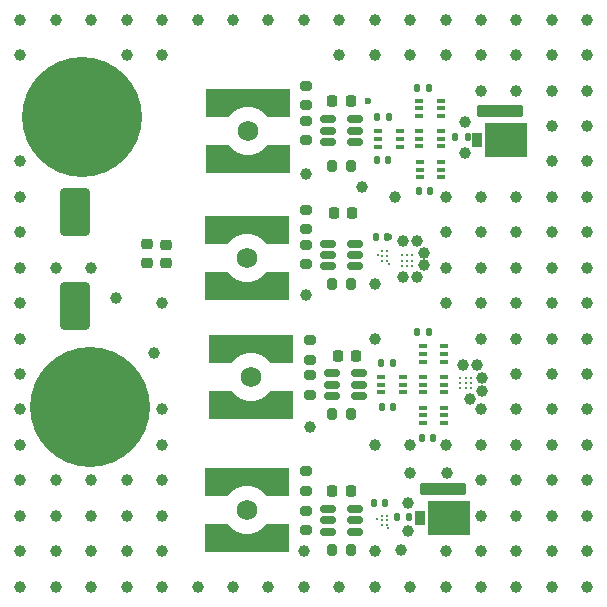
<source format=gbr>
%TF.GenerationSoftware,KiCad,Pcbnew,8.0.0*%
%TF.CreationDate,2024-03-12T18:53:39-07:00*%
%TF.ProjectId,GD_test,47445f74-6573-4742-9e6b-696361645f70,rev?*%
%TF.SameCoordinates,Original*%
%TF.FileFunction,Soldermask,Top*%
%TF.FilePolarity,Negative*%
%FSLAX46Y46*%
G04 Gerber Fmt 4.6, Leading zero omitted, Abs format (unit mm)*
G04 Created by KiCad (PCBNEW 8.0.0) date 2024-03-12 18:53:39*
%MOMM*%
%LPD*%
G01*
G04 APERTURE LIST*
G04 Aperture macros list*
%AMRoundRect*
0 Rectangle with rounded corners*
0 $1 Rounding radius*
0 $2 $3 $4 $5 $6 $7 $8 $9 X,Y pos of 4 corners*
0 Add a 4 corners polygon primitive as box body*
4,1,4,$2,$3,$4,$5,$6,$7,$8,$9,$2,$3,0*
0 Add four circle primitives for the rounded corners*
1,1,$1+$1,$2,$3*
1,1,$1+$1,$4,$5*
1,1,$1+$1,$6,$7*
1,1,$1+$1,$8,$9*
0 Add four rect primitives between the rounded corners*
20,1,$1+$1,$2,$3,$4,$5,0*
20,1,$1+$1,$4,$5,$6,$7,0*
20,1,$1+$1,$6,$7,$8,$9,0*
20,1,$1+$1,$8,$9,$2,$3,0*%
%AMFreePoly0*
4,1,25,-1.500000,1.420000,-1.360000,1.280000,-1.205000,1.155000,-1.035000,1.045000,-0.860000,0.950000,-0.675000,0.875000,-0.480000,0.820000,-0.280000,0.780000,-0.085000,0.765000,0.085000,0.765000,0.280000,0.780000,0.480000,0.820000,0.675000,0.875000,0.860000,0.950000,1.035000,1.045000,1.205000,1.155000,1.360000,1.280000,1.500000,1.420000,1.645000,1.595000,3.555000,1.595000,
3.555000,-0.755000,-3.555000,-0.755000,-3.555000,1.595000,-1.645000,1.595000,-1.500000,1.420000,-1.500000,1.420000,$1*%
G04 Aperture macros list end*
%ADD10RoundRect,0.250000X-1.000000X1.750000X-1.000000X-1.750000X1.000000X-1.750000X1.000000X1.750000X0*%
%ADD11RoundRect,0.225000X-0.250000X0.225000X-0.250000X-0.225000X0.250000X-0.225000X0.250000X0.225000X0*%
%ADD12R,0.660000X0.300000*%
%ADD13RoundRect,0.140000X-0.140000X-0.170000X0.140000X-0.170000X0.140000X0.170000X-0.140000X0.170000X0*%
%ADD14RoundRect,0.225000X-0.225000X-0.250000X0.225000X-0.250000X0.225000X0.250000X-0.225000X0.250000X0*%
%ADD15RoundRect,0.200000X0.275000X-0.200000X0.275000X0.200000X-0.275000X0.200000X-0.275000X-0.200000X0*%
%ADD16RoundRect,0.200000X0.200000X0.275000X-0.200000X0.275000X-0.200000X-0.275000X0.200000X-0.275000X0*%
%ADD17C,10.160000*%
%ADD18C,1.730000*%
%ADD19FreePoly0,180.000000*%
%ADD20FreePoly0,0.000000*%
%ADD21RoundRect,0.140000X0.140000X0.170000X-0.140000X0.170000X-0.140000X-0.170000X0.140000X-0.170000X0*%
%ADD22C,0.250000*%
%ADD23RoundRect,0.200000X-0.275000X0.200000X-0.275000X-0.200000X0.275000X-0.200000X0.275000X0.200000X0*%
%ADD24RoundRect,0.150000X-0.512500X-0.150000X0.512500X-0.150000X0.512500X0.150000X-0.512500X0.150000X0*%
%ADD25RoundRect,0.135000X-0.135000X-0.185000X0.135000X-0.185000X0.135000X0.185000X-0.135000X0.185000X0*%
%ADD26C,0.225000*%
%ADD27RoundRect,0.102000X-1.875000X-0.375000X1.875000X-0.375000X1.875000X0.375000X-1.875000X0.375000X0*%
%ADD28RoundRect,0.102000X-0.325000X-0.525000X0.325000X-0.525000X0.325000X0.525000X-0.325000X0.525000X0*%
%ADD29RoundRect,0.102000X-1.675000X-1.375000X1.675000X-1.375000X1.675000X1.375000X-1.675000X1.375000X0*%
%ADD30C,0.300000*%
%ADD31C,1.000000*%
%ADD32C,0.600000*%
G04 APERTURE END LIST*
D10*
%TO.C,C18*%
X109382500Y-91367500D03*
X109382500Y-83367500D03*
%TD*%
D11*
%TO.C,C1*%
X117150000Y-86175000D03*
X117150000Y-87725000D03*
%TD*%
D12*
%TO.C,U13*%
X138850000Y-97350000D03*
X138850000Y-98000000D03*
X138850000Y-98650000D03*
X140690000Y-98650000D03*
X140690000Y-98000000D03*
X140690000Y-97350000D03*
%TD*%
D13*
%TO.C,C14*%
X134720000Y-108000000D03*
X135680000Y-108000000D03*
%TD*%
D14*
%TO.C,C5*%
X131675000Y-95600000D03*
X133225000Y-95600000D03*
%TD*%
D13*
%TO.C,C9*%
X135020000Y-75300000D03*
X135980000Y-75300000D03*
%TD*%
%TO.C,C6*%
X134920000Y-85500000D03*
X135880000Y-85500000D03*
%TD*%
D12*
%TO.C,U9*%
X135360000Y-97350000D03*
X135360000Y-98000000D03*
X135360000Y-98650000D03*
X137200000Y-98650000D03*
X137200000Y-98000000D03*
X137200000Y-97350000D03*
%TD*%
D15*
%TO.C,R3*%
X129000000Y-84825000D03*
X129000000Y-83175000D03*
%TD*%
D16*
%TO.C,R11*%
X132825000Y-112000000D03*
X131175000Y-112000000D03*
%TD*%
D17*
%TO.C,J6*%
X110700000Y-99850000D03*
%TD*%
D14*
%TO.C,C4*%
X131312500Y-83500000D03*
X132862500Y-83500000D03*
%TD*%
D18*
%TO.C,J2*%
X124300000Y-97350000D03*
D19*
X124300000Y-94550000D03*
D20*
X124300000Y-100150000D03*
%TD*%
D16*
%TO.C,R2*%
X132825000Y-89500000D03*
X131175000Y-89500000D03*
%TD*%
D13*
%TO.C,C11*%
X138520000Y-81600000D03*
X139480000Y-81600000D03*
%TD*%
D21*
%TO.C,C7*%
X139730000Y-102500000D03*
X138770000Y-102500000D03*
%TD*%
D12*
%TO.C,U3*%
X135060000Y-76550000D03*
X135060000Y-77200000D03*
X135060000Y-77850000D03*
X136900000Y-77850000D03*
X136900000Y-77200000D03*
X136900000Y-76550000D03*
%TD*%
D22*
%TO.C,U11*%
X135400000Y-109100000D03*
X135800000Y-109100000D03*
X135400000Y-109500000D03*
X135800000Y-109500000D03*
X135400000Y-109900000D03*
X135800000Y-109900000D03*
%TD*%
D15*
%TO.C,R12*%
X129000000Y-107000000D03*
X129000000Y-105350000D03*
%TD*%
D13*
%TO.C,C13*%
X135370000Y-96150000D03*
X136330000Y-96150000D03*
%TD*%
D23*
%TO.C,R7*%
X129300000Y-97225000D03*
X129300000Y-98875000D03*
%TD*%
D24*
%TO.C,U2*%
X130862500Y-86050000D03*
X130862500Y-87000000D03*
X130862500Y-87950000D03*
X133137500Y-87950000D03*
X133137500Y-87000000D03*
X133137500Y-86050000D03*
%TD*%
D12*
%TO.C,U14*%
X138850000Y-99950000D03*
X138850000Y-100600000D03*
X138850000Y-101250000D03*
X140690000Y-101250000D03*
X140690000Y-100600000D03*
X140690000Y-99950000D03*
%TD*%
D11*
%TO.C,C2*%
X115500000Y-86125000D03*
X115500000Y-87675000D03*
%TD*%
D25*
%TO.C,R14*%
X141640000Y-77050000D03*
X142660000Y-77050000D03*
%TD*%
D17*
%TO.C,J5*%
X110000000Y-75300000D03*
%TD*%
D15*
%TO.C,R6*%
X129000000Y-74325000D03*
X129000000Y-72675000D03*
%TD*%
D24*
%TO.C,U4*%
X130862500Y-75550000D03*
X130862500Y-76500000D03*
X130862500Y-77450000D03*
X133137500Y-77450000D03*
X133137500Y-76500000D03*
X133137500Y-75550000D03*
%TD*%
D14*
%TO.C,C16*%
X131225000Y-107000000D03*
X132775000Y-107000000D03*
%TD*%
D13*
%TO.C,C12*%
X138420000Y-93550000D03*
X139380000Y-93550000D03*
%TD*%
D22*
%TO.C,U1*%
X135400000Y-86700000D03*
X135800000Y-86700000D03*
X135400000Y-87100000D03*
X135800000Y-87100000D03*
X135400000Y-87500000D03*
X135800000Y-87500000D03*
%TD*%
D12*
%TO.C,U6*%
X138550000Y-76534400D03*
X138550000Y-77184400D03*
X138550000Y-77834400D03*
X140390000Y-77834400D03*
X140390000Y-77184400D03*
X140390000Y-76534400D03*
%TD*%
D18*
%TO.C,J1*%
X124000000Y-87250000D03*
D19*
X124000000Y-84450000D03*
D20*
X124000000Y-90050000D03*
%TD*%
D24*
%TO.C,U8*%
X131225000Y-97050000D03*
X131225000Y-98000000D03*
X131225000Y-98950000D03*
X133500000Y-98950000D03*
X133500000Y-98000000D03*
X133500000Y-97050000D03*
%TD*%
D26*
%TO.C,Q2*%
X137070800Y-87039600D03*
X137070800Y-87489600D03*
X137070800Y-87939600D03*
X137520800Y-87039600D03*
X137520800Y-87489600D03*
X137520800Y-87939600D03*
X137970800Y-87039600D03*
X137970800Y-87489600D03*
X137970800Y-87939600D03*
%TD*%
D18*
%TO.C,J3*%
X124000000Y-108600000D03*
D19*
X124000000Y-105800000D03*
D20*
X124000000Y-111400000D03*
%TD*%
D24*
%TO.C,U10*%
X130862500Y-108550000D03*
X130862500Y-109500000D03*
X130862500Y-110450000D03*
X133137500Y-110450000D03*
X133137500Y-109500000D03*
X133137500Y-108550000D03*
%TD*%
D23*
%TO.C,R1*%
X129000000Y-86175000D03*
X129000000Y-87825000D03*
%TD*%
D15*
%TO.C,R9*%
X129300000Y-95875000D03*
X129300000Y-94225000D03*
%TD*%
D25*
%TO.C,R13*%
X136690000Y-109200000D03*
X137710000Y-109200000D03*
%TD*%
D27*
%TO.C,Q3*%
X140550000Y-106800000D03*
D28*
X138650000Y-109250000D03*
D29*
X141100000Y-109300000D03*
%TD*%
D12*
%TO.C,U7*%
X138600000Y-79150000D03*
X138600000Y-79800000D03*
X138600000Y-80450000D03*
X140440000Y-80450000D03*
X140440000Y-79800000D03*
X140440000Y-79150000D03*
%TD*%
D16*
%TO.C,R5*%
X132825000Y-79500000D03*
X131175000Y-79500000D03*
%TD*%
D13*
%TO.C,C15*%
X135420000Y-99850000D03*
X136380000Y-99850000D03*
%TD*%
D21*
%TO.C,C17*%
X135930000Y-79000000D03*
X134970000Y-79000000D03*
%TD*%
D27*
%TO.C,Q1*%
X145400000Y-74800000D03*
D28*
X143500000Y-77250000D03*
D29*
X145950000Y-77300000D03*
%TD*%
D14*
%TO.C,C10*%
X131225000Y-74000000D03*
X132775000Y-74000000D03*
%TD*%
D23*
%TO.C,R4*%
X129000000Y-75675000D03*
X129000000Y-77325000D03*
%TD*%
D12*
%TO.C,U12*%
X138850000Y-94750000D03*
X138850000Y-95400000D03*
X138850000Y-96050000D03*
X140690000Y-96050000D03*
X140690000Y-95400000D03*
X140690000Y-94750000D03*
%TD*%
D23*
%TO.C,R10*%
X129000000Y-108675000D03*
X129000000Y-110325000D03*
%TD*%
D18*
%TO.C,J4*%
X124050000Y-76500000D03*
D19*
X124050000Y-73700000D03*
D20*
X124050000Y-79300000D03*
%TD*%
D12*
%TO.C,U5*%
X138580000Y-73950000D03*
X138580000Y-74600000D03*
X138580000Y-75250000D03*
X140420000Y-75250000D03*
X140420000Y-74600000D03*
X140420000Y-73950000D03*
%TD*%
D13*
%TO.C,C8*%
X138420000Y-72900000D03*
X139380000Y-72900000D03*
%TD*%
D26*
%TO.C,Q4*%
X142050000Y-97400000D03*
X142050000Y-97850000D03*
X142050000Y-98300000D03*
X142500000Y-97400000D03*
X142500000Y-97850000D03*
X142500000Y-98300000D03*
X142950000Y-97400000D03*
X142950000Y-97850000D03*
X142950000Y-98300000D03*
%TD*%
D16*
%TO.C,R8*%
X132825000Y-100500000D03*
X131175000Y-100500000D03*
%TD*%
D30*
X138750000Y-79800000D03*
X138450000Y-93550000D03*
D31*
X116100000Y-95300000D03*
X137200000Y-88900000D03*
X138350000Y-88900000D03*
X138950000Y-87900000D03*
X138950000Y-86850000D03*
X143850000Y-98550000D03*
X142850000Y-99200000D03*
X143850000Y-97450000D03*
D32*
X117200000Y-87700000D03*
X115500000Y-87650000D03*
D31*
X109450000Y-91350000D03*
X112900000Y-90650000D03*
X125800000Y-115100000D03*
D30*
X142450000Y-109550000D03*
D31*
X133700000Y-81300000D03*
D30*
X133500000Y-75400000D03*
D31*
X149800000Y-91100000D03*
X131800000Y-70100000D03*
D30*
X145900000Y-77550000D03*
X147250000Y-76650000D03*
D31*
X121000000Y-85450000D03*
D30*
X142000000Y-108200000D03*
D31*
X113800000Y-70100000D03*
D30*
X146800000Y-77550000D03*
X130400000Y-109600000D03*
D31*
X104800000Y-88100000D03*
X146800000Y-109100000D03*
X104800000Y-67100000D03*
X104800000Y-100100000D03*
X138398644Y-85857078D03*
X127000000Y-110500000D03*
X104800000Y-70100000D03*
X149800000Y-100100000D03*
X122250000Y-79400000D03*
D30*
X146350000Y-77550000D03*
X140200000Y-108650000D03*
D31*
X121300000Y-94450000D03*
X121150000Y-78300000D03*
D30*
X131600000Y-97800000D03*
D31*
X122100000Y-105700000D03*
D30*
X139000000Y-106750000D03*
D31*
X152800000Y-70100000D03*
X146800000Y-82100000D03*
D30*
X142000000Y-110450000D03*
D31*
X143800000Y-100100000D03*
X125900000Y-90250000D03*
D30*
X146350000Y-78450000D03*
D32*
X129000000Y-83175000D03*
D30*
X135000000Y-109400000D03*
X145000000Y-74750000D03*
D31*
X140800000Y-112100000D03*
X143800000Y-103100000D03*
X137800000Y-105500000D03*
D30*
X144550000Y-78000000D03*
D31*
X104800000Y-106100000D03*
X140800000Y-85100000D03*
D30*
X146350000Y-77100000D03*
X135250000Y-77200000D03*
X142450000Y-108650000D03*
D31*
X107800000Y-109100000D03*
X134800000Y-70100000D03*
X149800000Y-103100000D03*
D30*
X146350000Y-78000000D03*
D31*
X143800000Y-112100000D03*
X127000000Y-89150000D03*
D30*
X135000000Y-79000000D03*
X145000000Y-76650000D03*
X140650000Y-110450000D03*
D31*
X143800000Y-67100000D03*
X121000000Y-106800000D03*
X110800000Y-88100000D03*
D30*
X142450000Y-110450000D03*
X142000000Y-110000000D03*
D31*
X136500000Y-82100000D03*
D30*
X131300000Y-87200000D03*
X145450000Y-76650000D03*
D31*
X143800000Y-70100000D03*
X126900000Y-85450000D03*
X125950000Y-79400000D03*
X122800000Y-67100000D03*
X121150000Y-79400000D03*
D30*
X145450000Y-77550000D03*
X133100000Y-75700000D03*
X145900000Y-77100000D03*
D31*
X121400000Y-100250000D03*
X149800000Y-76100000D03*
X125900000Y-111600000D03*
X152800000Y-94100000D03*
X146800000Y-67100000D03*
D30*
X141550000Y-108650000D03*
X130800000Y-109600000D03*
D31*
X127050000Y-79400000D03*
X116800000Y-112100000D03*
D30*
X147250000Y-78450000D03*
D32*
X129000000Y-105350000D03*
D30*
X130900000Y-86800000D03*
D31*
X122500000Y-100250000D03*
D30*
X138550000Y-81600000D03*
X130500000Y-86800000D03*
D31*
X143800000Y-94100000D03*
D30*
X146800000Y-78000000D03*
X133500000Y-85800000D03*
X130800000Y-98100000D03*
X141550000Y-109550000D03*
D31*
X127300000Y-100250000D03*
X129000000Y-90400000D03*
X128800000Y-112100000D03*
D30*
X132700000Y-86200000D03*
X142450000Y-108200000D03*
X133500000Y-108400000D03*
D31*
X125800000Y-67100000D03*
D30*
X141550000Y-108200000D03*
X140650000Y-110000000D03*
D31*
X119800000Y-115100000D03*
D30*
X144200000Y-74750000D03*
D31*
X122250000Y-73600000D03*
D30*
X144550000Y-76200000D03*
D31*
X122200000Y-111600000D03*
X140800000Y-67100000D03*
X127200000Y-95550000D03*
X127000000Y-111600000D03*
X121300000Y-95550000D03*
D30*
X141100000Y-108200000D03*
D31*
X107800000Y-106100000D03*
D30*
X146600000Y-74750000D03*
D31*
X104800000Y-97100000D03*
D30*
X138650000Y-77200000D03*
X147000000Y-74750000D03*
D31*
X149800000Y-94100000D03*
X116800000Y-106100000D03*
X140800000Y-91100000D03*
X137600000Y-108050000D03*
X113800000Y-106100000D03*
X140800000Y-103100000D03*
D30*
X145000000Y-77100000D03*
D31*
X149800000Y-73100000D03*
X122800000Y-115100000D03*
D30*
X142000000Y-109550000D03*
X144550000Y-76650000D03*
X145450000Y-78450000D03*
D31*
X131800000Y-67100000D03*
D30*
X145000000Y-78000000D03*
X144600000Y-74750000D03*
D31*
X107800000Y-115100000D03*
D30*
X139750000Y-108200000D03*
D31*
X113800000Y-115100000D03*
X126200000Y-100250000D03*
D30*
X145900000Y-76650000D03*
X145450000Y-76200000D03*
X133500000Y-97200000D03*
D31*
X125800000Y-105700000D03*
D30*
X145000000Y-78450000D03*
X130900000Y-76600000D03*
X142000000Y-108650000D03*
X143800000Y-74750000D03*
X147250000Y-78000000D03*
X133500000Y-75700000D03*
X133100000Y-96900000D03*
X145900000Y-78000000D03*
D31*
X104800000Y-103100000D03*
X134800000Y-89500000D03*
D30*
X133500000Y-108700000D03*
D32*
X132900000Y-107000000D03*
D30*
X130500000Y-87200000D03*
D32*
X133000000Y-83500000D03*
D30*
X144550000Y-78450000D03*
X131200000Y-109600000D03*
X140200000Y-110450000D03*
X141000000Y-106750000D03*
D31*
X127050000Y-78300000D03*
X126900000Y-105700000D03*
X110800000Y-109100000D03*
D30*
X135900000Y-110100000D03*
X141100000Y-110450000D03*
D31*
X146800000Y-100100000D03*
X152800000Y-112100000D03*
X127000000Y-90250000D03*
D30*
X132700000Y-108700000D03*
X133100000Y-97200000D03*
D31*
X104800000Y-91100000D03*
X152800000Y-76100000D03*
X116800000Y-109100000D03*
X121000000Y-84350000D03*
X149800000Y-67100000D03*
D30*
X144550000Y-77100000D03*
X139000000Y-100600000D03*
X146800000Y-77100000D03*
D31*
X137000000Y-112000000D03*
D30*
X138750000Y-74600000D03*
D31*
X146800000Y-91100000D03*
D30*
X142450000Y-109100000D03*
X131600000Y-98100000D03*
D31*
X152800000Y-115100000D03*
X146800000Y-103100000D03*
D30*
X142450000Y-110000000D03*
D32*
X133225000Y-95600000D03*
D31*
X116800000Y-67100000D03*
D32*
X129000000Y-108675000D03*
D31*
X116800000Y-103100000D03*
D30*
X131300000Y-76600000D03*
X133100000Y-85800000D03*
X145800000Y-74750000D03*
D31*
X121150000Y-73600000D03*
D30*
X136000000Y-87800000D03*
X140200000Y-108200000D03*
D31*
X104800000Y-94100000D03*
X143500000Y-96300000D03*
X152800000Y-91100000D03*
X104800000Y-82100000D03*
D30*
X133900000Y-96900000D03*
D32*
X129300000Y-94200000D03*
D30*
X135400000Y-99850000D03*
X140650000Y-109100000D03*
D31*
X149800000Y-115100000D03*
X143800000Y-73100000D03*
X146800000Y-112100000D03*
X152800000Y-82100000D03*
X129300000Y-101600000D03*
D30*
X131300000Y-86800000D03*
D31*
X121100000Y-111600000D03*
D32*
X136000000Y-85500000D03*
D31*
X107800000Y-88100000D03*
X137800000Y-115100000D03*
X152800000Y-106100000D03*
X146800000Y-94100000D03*
D30*
X141800000Y-106750000D03*
X145900000Y-78450000D03*
D31*
X127200000Y-94450000D03*
D30*
X133100000Y-108700000D03*
X140200000Y-109100000D03*
X132700000Y-75400000D03*
D31*
X149800000Y-79100000D03*
D30*
X147250000Y-76200000D03*
D31*
X146800000Y-97100000D03*
X104800000Y-109100000D03*
D30*
X140200000Y-110000000D03*
D31*
X152800000Y-109100000D03*
D32*
X129000000Y-86175000D03*
D31*
X104800000Y-79100000D03*
D30*
X135680000Y-108000000D03*
D31*
X152800000Y-100100000D03*
D30*
X132700000Y-85800000D03*
D31*
X146800000Y-106100000D03*
D32*
X129000000Y-72700000D03*
D31*
X142440000Y-75800000D03*
X140800000Y-115100000D03*
D30*
X130500000Y-76600000D03*
X131200000Y-109300000D03*
X140200000Y-106750000D03*
D31*
X134800000Y-103100000D03*
X152800000Y-67100000D03*
D30*
X139750000Y-108650000D03*
X130800000Y-109300000D03*
X146350000Y-76650000D03*
D31*
X127050000Y-73600000D03*
X146800000Y-85100000D03*
X125800000Y-84350000D03*
X121100000Y-90250000D03*
D30*
X133500000Y-86200000D03*
X130500000Y-76300000D03*
D31*
X152800000Y-85100000D03*
D30*
X133100000Y-86200000D03*
D31*
X149800000Y-109100000D03*
X121000000Y-105700000D03*
D30*
X142000000Y-109100000D03*
X139750000Y-109100000D03*
D32*
X134200000Y-74000000D03*
D30*
X131200000Y-98100000D03*
X141100000Y-109550000D03*
D31*
X128800000Y-115100000D03*
D30*
X140600000Y-106750000D03*
D31*
X149800000Y-88100000D03*
D30*
X140200000Y-109550000D03*
D31*
X140800000Y-88100000D03*
D30*
X135550000Y-98000000D03*
D31*
X140800000Y-70050000D03*
X121400000Y-99150000D03*
D30*
X139750000Y-109550000D03*
X145450000Y-78000000D03*
D31*
X116800000Y-115100000D03*
D30*
X130400000Y-109300000D03*
X141550000Y-110000000D03*
X145450000Y-77100000D03*
X133100000Y-75400000D03*
X141100000Y-108650000D03*
X146200000Y-74750000D03*
D31*
X137800000Y-103100000D03*
X113800000Y-112100000D03*
D30*
X140650000Y-108200000D03*
D31*
X134800000Y-67100000D03*
D30*
X139750000Y-110000000D03*
D32*
X129300000Y-97200000D03*
D31*
X152800000Y-103100000D03*
D30*
X139750000Y-110450000D03*
D31*
X146800000Y-115100000D03*
D30*
X146800000Y-76650000D03*
D31*
X134800000Y-115100000D03*
D30*
X139050000Y-95400000D03*
X145900000Y-76200000D03*
D31*
X137800000Y-67100000D03*
X116800000Y-91100000D03*
D30*
X145400000Y-74750000D03*
X141550000Y-110450000D03*
D31*
X110800000Y-115100000D03*
D30*
X133100000Y-108400000D03*
D31*
X149800000Y-85100000D03*
X110800000Y-112100000D03*
D30*
X142200000Y-106750000D03*
D31*
X143800000Y-106100000D03*
D30*
X145000000Y-76200000D03*
D31*
X110800000Y-67100000D03*
D30*
X145000000Y-77550000D03*
X144550000Y-77550000D03*
X141550000Y-109100000D03*
D31*
X122100000Y-84350000D03*
X140900000Y-105500000D03*
X134800000Y-94100000D03*
X121150000Y-74700000D03*
X121100000Y-89150000D03*
D30*
X146800000Y-76200000D03*
D31*
X146800000Y-73100000D03*
X116800000Y-70100000D03*
X152800000Y-88100000D03*
X149800000Y-97100000D03*
X126900000Y-84350000D03*
D30*
X131300000Y-76300000D03*
D31*
X131800000Y-115100000D03*
X149800000Y-82100000D03*
X121100000Y-110500000D03*
D32*
X132775000Y-74000000D03*
D31*
X152800000Y-79100000D03*
D30*
X140650000Y-109550000D03*
D31*
X107800000Y-112100000D03*
D30*
X135050000Y-87050500D03*
X132700000Y-108400000D03*
D32*
X129000000Y-75675000D03*
D31*
X134800000Y-112100000D03*
X149800000Y-106100000D03*
X116800000Y-100100000D03*
X146800000Y-70100000D03*
X149800000Y-70100000D03*
X104800000Y-115100000D03*
D30*
X138450000Y-72900000D03*
D31*
X152800000Y-73100000D03*
X143800000Y-115100000D03*
D30*
X140650000Y-108650000D03*
X147250000Y-77100000D03*
D31*
X104800000Y-85100000D03*
X122400000Y-94450000D03*
D30*
X130900000Y-87200000D03*
D31*
X113800000Y-109100000D03*
X152800000Y-97100000D03*
D30*
X139050000Y-98000000D03*
D31*
X129000000Y-80200000D03*
X143800000Y-85100000D03*
X140800000Y-82100000D03*
X143800000Y-82100000D03*
D30*
X141400000Y-106750000D03*
D31*
X143800000Y-91100000D03*
D30*
X133500000Y-96900000D03*
X139400000Y-106750000D03*
D31*
X137750000Y-70100000D03*
X149800000Y-112100000D03*
D30*
X139800000Y-106750000D03*
D31*
X110800000Y-106100000D03*
X127050000Y-74700000D03*
X113800000Y-67100000D03*
D30*
X135000000Y-75300000D03*
X141100000Y-110000000D03*
D31*
X126100000Y-94450000D03*
D30*
X146800000Y-78450000D03*
D31*
X119800000Y-67100000D03*
X125950000Y-73600000D03*
D30*
X146350000Y-76200000D03*
D31*
X127300000Y-99150000D03*
D30*
X131200000Y-97800000D03*
X130900000Y-76300000D03*
X147250000Y-77550000D03*
D31*
X107800000Y-67100000D03*
X128800000Y-67100000D03*
D30*
X132700000Y-75700000D03*
D31*
X143800000Y-109100000D03*
D30*
X130800000Y-97800000D03*
D31*
X122200000Y-90250000D03*
X126900000Y-106800000D03*
D30*
X141100000Y-109100000D03*
X133900000Y-97200000D03*
D31*
X104800000Y-112100000D03*
X146800000Y-88100000D03*
X143800000Y-88100000D03*
X142300000Y-96300000D03*
X137200000Y-85800000D03*
X142440000Y-78400000D03*
X137600000Y-110400000D03*
M02*

</source>
